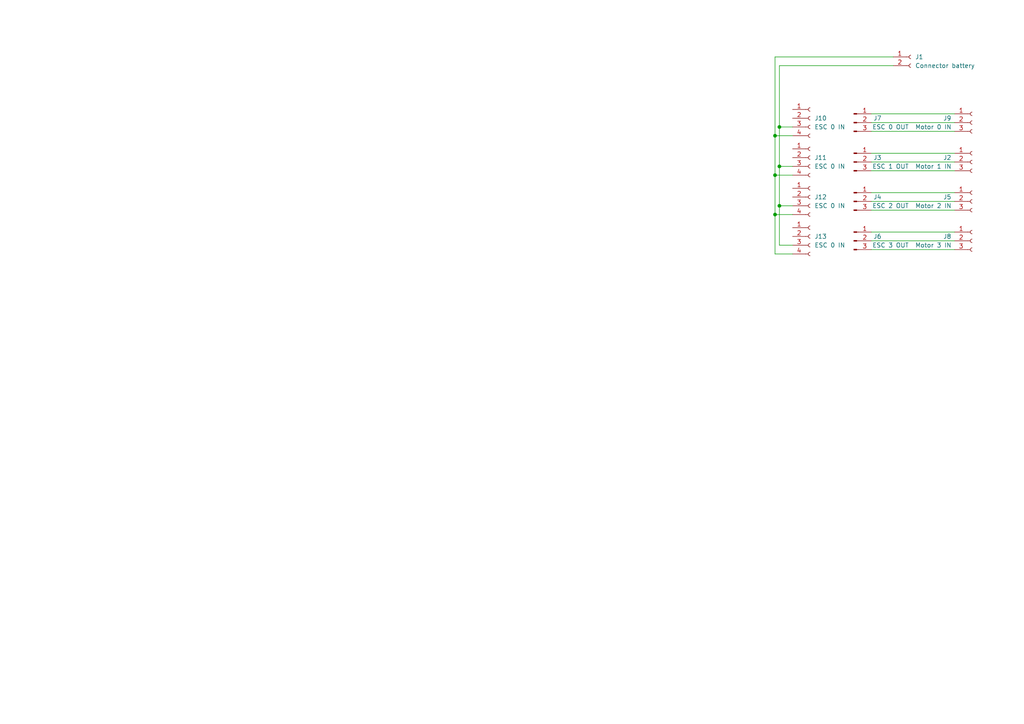
<source format=kicad_sch>
(kicad_sch (version 20250114) (generator "eeschema") (generator_version "9.0")
  (paper "A4")
  (lib_symbols
    (symbol "Connector:Conn_01x02_Socket" (pin_names (offset 1.016) (hide yes))
      (property "Reference" "J" (at 0 2.54 0))
      (property "Value" "Conn_01x02_Socket" (at 0 -5.08 0))
      (symbol "Conn_01x02_Socket_1_1"
        (polyline (pts (xy -1.27 0) (xy -0.508 0)) (stroke (width 0.1524)))
        (polyline (pts (xy -1.27 -2.54) (xy -0.508 -2.54)) (stroke (width 0.1524)))
        (arc (start 0 -0.508) (mid -0.5058 0) (end 0 0.508) (stroke (width 0.1524)))
        (arc (start 0 -3.048) (mid -0.5058 -2.54) (end 0 -2.032) (stroke (width 0.1524)))
        (pin passive line (at -5.08 0 0) (length 3.81) (name "Pin_1") (number "1"))
        (pin passive line (at -5.08 -2.54 0) (length 3.81) (name "Pin_2") (number "2"))
      )
    )
    (symbol "Connector:Conn_01x03_Pin" (pin_names (offset 1.016) (hide yes))
      (property "Reference" "J" (at 0 5.08 0))
      (property "Value" "Conn_01x03_Pin" (at 0 -5.08 0))
      (symbol "Conn_01x03_Pin_1_1"
        (rectangle (start 0.8636 2.667) (end 0 2.413) (stroke (width 0.1524)) (fill (type outline)))
        (rectangle (start 0.8636 0.127) (end 0 -0.127) (stroke (width 0.1524)) (fill (type outline)))
        (rectangle (start 0.8636 -2.413) (end 0 -2.667) (stroke (width 0.1524)) (fill (type outline)))
        (polyline (pts (xy 1.27 2.54) (xy 0.8636 2.54)) (stroke (width 0.1524)))
        (polyline (pts (xy 1.27 0) (xy 0.8636 0)) (stroke (width 0.1524)))
        (polyline (pts (xy 1.27 -2.54) (xy 0.8636 -2.54)) (stroke (width 0.1524)))
        (pin passive line (at 5.08 2.54 180) (length 3.81) (name "Pin_1") (number "1"))
        (pin passive line (at 5.08 0 180) (length 3.81) (name "Pin_2") (number "2"))
        (pin passive line (at 5.08 -2.54 180) (length 3.81) (name "Pin_3") (number "3"))
      )
    )
    (symbol "Connector:Conn_01x03_Socket" (pin_names (offset 1.016) (hide yes))
      (property "Reference" "J" (at 0 5.08 0))
      (property "Value" "Conn_01x03_Socket" (at 0 -5.08 0))
      (symbol "Conn_01x03_Socket_1_1"
        (polyline (pts (xy -1.27 2.54) (xy -0.508 2.54)) (stroke (width 0.1524)))
        (polyline (pts (xy -1.27 0) (xy -0.508 0)) (stroke (width 0.1524)))
        (polyline (pts (xy -1.27 -2.54) (xy -0.508 -2.54)) (stroke (width 0.1524)))
        (arc (start 0 2.032) (mid -0.5058 2.54) (end 0 3.048) (stroke (width 0.1524)))
        (arc (start 0 -0.508) (mid -0.5058 0) (end 0 0.508) (stroke (width 0.1524)))
        (arc (start 0 -3.048) (mid -0.5058 -2.54) (end 0 -2.032) (stroke (width 0.1524)))
        (pin passive line (at -5.08 2.54 0) (length 3.81) (name "Pin_1") (number "1"))
        (pin passive line (at -5.08 0 0) (length 3.81) (name "Pin_2") (number "2"))
        (pin passive line (at -5.08 -2.54 0) (length 3.81) (name "Pin_3") (number "3"))
      )
    )
    (symbol "Connector:Conn_01x04_Socket" (pin_names (offset 1.016) (hide yes))
      (property "Reference" "J" (at 0 5.08 0))
      (property "Value" "Conn_01x04_Socket" (at 0 -7.62 0))
      (symbol "Conn_01x04_Socket_1_1"
        (polyline (pts (xy -1.27 2.54) (xy -0.508 2.54)) (stroke (width 0.1524)))
        (polyline (pts (xy -1.27 0) (xy -0.508 0)) (stroke (width 0.1524)))
        (polyline (pts (xy -1.27 -2.54) (xy -0.508 -2.54)) (stroke (width 0.1524)))
        (polyline (pts (xy -1.27 -5.08) (xy -0.508 -5.08)) (stroke (width 0.1524)))
        (arc (start 0 2.032) (mid -0.5058 2.54) (end 0 3.048) (stroke (width 0.1524)))
        (arc (start 0 -0.508) (mid -0.5058 0) (end 0 0.508) (stroke (width 0.1524)))
        (arc (start 0 -3.048) (mid -0.5058 -2.54) (end 0 -2.032) (stroke (width 0.1524)))
        (arc (start 0 -5.588) (mid -0.5058 -5.08) (end 0 -4.572) (stroke (width 0.1524)))
        (pin passive line (at -5.08 2.54 0) (length 3.81) (name "Pin_1") (number "1"))
        (pin passive line (at -5.08 0 0) (length 3.81) (name "Pin_2") (number "2"))
        (pin passive line (at -5.08 -2.54 0) (length 3.81) (name "Pin_3") (number "3"))
        (pin passive line (at -5.08 -5.08 0) (length 3.81) (name "Pin_4") (number "4"))
      )
    )
  )
  (junction (at 224.79 50.8))
  (junction (at 226.06 48.26))
  (junction (at 224.79 39.37))
  (junction (at 224.79 62.23))
  (junction (at 226.06 36.83))
  (junction (at 226.06 59.69))
  (wire (pts (xy 252.73 72.39) (xy 276.86 72.39)))
  (wire (pts (xy 226.06 71.12) (xy 229.87 71.12)))
  (wire (pts (xy 224.79 50.8) (xy 229.87 50.8)))
  (wire (pts (xy 226.06 36.83) (xy 229.87 36.83)))
  (wire (pts (xy 224.79 16.51) (xy 224.79 39.37)))
  (wire (pts (xy 226.06 48.26) (xy 229.87 48.26)))
  (wire (pts (xy 259.08 16.51) (xy 224.79 16.51)))
  (wire (pts (xy 252.73 58.42) (xy 276.86 58.42)))
  (wire (pts (xy 252.73 69.85) (xy 276.86 69.85)))
  (wire (pts (xy 252.73 44.45) (xy 276.86 44.45)))
  (wire (pts (xy 226.06 36.83) (xy 226.06 48.26)))
  (wire (pts (xy 252.73 67.31) (xy 276.86 67.31)))
  (wire (pts (xy 252.73 55.88) (xy 276.86 55.88)))
  (wire (pts (xy 252.73 49.53) (xy 276.86 49.53)))
  (wire (pts (xy 226.06 19.05) (xy 226.06 36.83)))
  (wire (pts (xy 252.73 35.56) (xy 276.86 35.56)))
  (wire (pts (xy 224.79 73.66) (xy 229.87 73.66)))
  (wire (pts (xy 224.79 39.37) (xy 224.79 50.8)))
  (wire (pts (xy 226.06 59.69) (xy 229.87 59.69)))
  (wire (pts (xy 224.79 50.8) (xy 224.79 62.23)))
  (wire (pts (xy 224.79 39.37) (xy 229.87 39.37)))
  (wire (pts (xy 252.73 38.1) (xy 276.86 38.1)))
  (wire (pts (xy 252.73 33.02) (xy 276.86 33.02)))
  (wire (pts (xy 252.73 46.99) (xy 276.86 46.99)))
  (wire (pts (xy 224.79 62.23) (xy 229.87 62.23)))
  (wire (pts (xy 224.79 62.23) (xy 224.79 73.66)))
  (wire (pts (xy 252.73 60.96) (xy 276.86 60.96)))
  (wire (pts (xy 259.08 19.05) (xy 226.06 19.05)))
  (wire (pts (xy 226.06 59.69) (xy 226.06 71.12)))
  (wire (pts (xy 226.06 48.26) (xy 226.06 59.69)))
  (symbol (lib_id "Connector:Conn_01x02_Socket") (at 264.16 16.51 0) (unit 1)
    (property "Reference" "J1" (at 265.43 16.5099 0) (effects (justify left)))
    (property "Value" "Connector battery" (at 265.43 19.0499 0) (effects (justify left)))
    (property "Footprint" "Connector_JST:JST_XH_B2B-XH-A_1x02_P2.50mm_Vertical" (effects (hide yes)))
    (property "Description" "Generic connector, single row, 01x02, script generated" (effects (hide yes)))
  )
  (symbol (lib_id "Connector:Conn_01x03_Pin") (at 247.65 58.42 0) (unit 1)
    (property "Reference" "J4" (at 254.508 57.15 0))
    (property "Value" "ESC 2 OUT" (at 258.318 59.69 0))
    (property "Footprint" "Connector_PinHeader_2.00mm:PinHeader_1x03_P2.00mm_Vertical" (effects (hide yes)))
    (property "Description" "Generic connector, single row, 01x03, script generated" (effects (hide yes)))
  )
  (symbol (lib_id "Connector:Conn_01x03_Socket") (at 281.94 35.56 0) (unit 1)
    (property "Reference" "J9" (at 273.558 34.29 0) (effects (justify left)))
    (property "Value" "Motor 0 IN" (at 265.43 36.83 0) (effects (justify left)))
    (property "Footprint" "Connector_JST:JST_XH_B3B-XH-A_1x03_P2.50mm_Vertical" (effects (hide yes)))
    (property "Description" "Generic connector, single row, 01x03, script generated" (effects (hide yes)))
  )
  (symbol (lib_id "Connector:Conn_01x03_Socket") (at 281.94 46.99 0) (unit 1)
    (property "Reference" "J2" (at 273.558 45.72 0) (effects (justify left)))
    (property "Value" "Motor 1 IN" (at 265.43 48.26 0) (effects (justify left)))
    (property "Footprint" "Connector_JST:JST_XH_B3B-XH-A_1x03_P2.50mm_Vertical" (effects (hide yes)))
    (property "Description" "Generic connector, single row, 01x03, script generated" (effects (hide yes)))
  )
  (symbol (lib_id "Connector:Conn_01x04_Socket") (at 234.95 57.15 0) (unit 1)
    (property "Reference" "J12" (at 236.22 57.1499 0) (effects (justify left)))
    (property "Value" "ESC 0 IN" (at 236.22 59.6899 0) (effects (justify left)))
    (property "Footprint" "Connector_PinHeader_1.27mm:PinHeader_1x04_P1.27mm_Vertical" (effects (hide yes)))
    (property "Description" "Generic connector, single row, 01x04, script generated" (effects (hide yes)))
  )
  (symbol (lib_id "Connector:Conn_01x03_Socket") (at 281.94 69.85 0) (unit 1)
    (property "Reference" "J8" (at 273.558 68.58 0) (effects (justify left)))
    (property "Value" "Motor 3 IN" (at 265.43 71.12 0) (effects (justify left)))
    (property "Footprint" "Connector_JST:JST_XH_B3B-XH-A_1x03_P2.50mm_Vertical" (effects (hide yes)))
    (property "Description" "Generic connector, single row, 01x03, script generated" (effects (hide yes)))
  )
  (symbol (lib_id "Connector:Conn_01x03_Pin") (at 247.65 46.99 0) (unit 1)
    (property "Reference" "J3" (at 254.508 45.72 0))
    (property "Value" "ESC 1 OUT" (at 258.318 48.26 0))
    (property "Footprint" "Connector_PinHeader_2.00mm:PinHeader_1x03_P2.00mm_Vertical" (effects (hide yes)))
    (property "Description" "Generic connector, single row, 01x03, script generated" (effects (hide yes)))
  )
  (symbol (lib_id "Connector:Conn_01x03_Socket") (at 281.94 58.42 0) (unit 1)
    (property "Reference" "J5" (at 273.558 57.15 0) (effects (justify left)))
    (property "Value" "Motor 2 IN" (at 265.43 59.69 0) (effects (justify left)))
    (property "Footprint" "Connector_JST:JST_XH_B3B-XH-A_1x03_P2.50mm_Vertical" (effects (hide yes)))
    (property "Description" "Generic connector, single row, 01x03, script generated" (effects (hide yes)))
  )
  (symbol (lib_id "Connector:Conn_01x03_Pin") (at 247.65 69.85 0) (unit 1)
    (property "Reference" "J6" (at 254.508 68.58 0))
    (property "Value" "ESC 3 OUT" (at 258.318 71.12 0))
    (property "Footprint" "Connector_PinHeader_2.00mm:PinHeader_1x03_P2.00mm_Vertical" (effects (hide yes)))
    (property "Description" "Generic connector, single row, 01x03, script generated" (effects (hide yes)))
  )
  (symbol (lib_id "Connector:Conn_01x04_Socket") (at 234.95 68.58 0) (unit 1)
    (property "Reference" "J13" (at 236.22 68.5799 0) (effects (justify left)))
    (property "Value" "ESC 0 IN" (at 236.22 71.1199 0) (effects (justify left)))
    (property "Footprint" "Connector_PinHeader_1.27mm:PinHeader_1x04_P1.27mm_Vertical" (effects (hide yes)))
    (property "Description" "Generic connector, single row, 01x04, script generated" (effects (hide yes)))
  )
  (symbol (lib_id "Connector:Conn_01x03_Pin") (at 247.65 35.56 0) (unit 1)
    (property "Reference" "J7" (at 254.508 34.29 0))
    (property "Value" "ESC 0 OUT" (at 258.318 36.83 0))
    (property "Footprint" "Connector_PinHeader_2.00mm:PinHeader_1x03_P2.00mm_Vertical" (effects (hide yes)))
    (property "Description" "Generic connector, single row, 01x03, script generated" (effects (hide yes)))
  )
  (symbol (lib_id "Connector:Conn_01x04_Socket") (at 234.95 34.29 0) (unit 1)
    (property "Reference" "J10" (at 236.22 34.2899 0) (effects (justify left)))
    (property "Value" "ESC 0 IN" (at 236.22 36.8299 0) (effects (justify left)))
    (property "Footprint" "Connector_PinHeader_1.27mm:PinHeader_1x04_P1.27mm_Vertical" (effects (hide yes)))
    (property "Description" "Generic connector, single row, 01x04, script generated" (effects (hide yes)))
  )
  (symbol (lib_id "Connector:Conn_01x04_Socket") (at 234.95 45.72 0) (unit 1)
    (property "Reference" "J11" (at 236.22 45.7199 0) (effects (justify left)))
    (property "Value" "ESC 0 IN" (at 236.22 48.2599 0) (effects (justify left)))
    (property "Footprint" "Connector_PinHeader_1.27mm:PinHeader_1x04_P1.27mm_Vertical" (effects (hide yes)))
    (property "Description" "Generic connector, single row, 01x04, script generated" (effects (hide yes)))
  )
)
</source>
